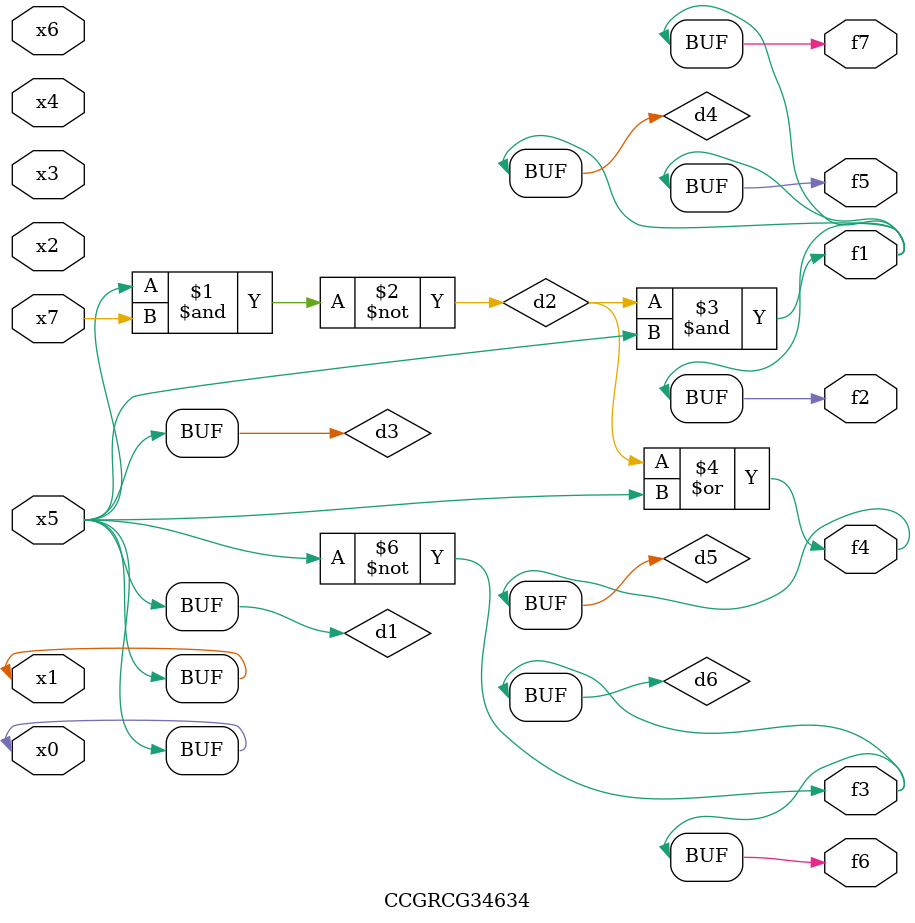
<source format=v>
module CCGRCG34634(
	input x0, x1, x2, x3, x4, x5, x6, x7,
	output f1, f2, f3, f4, f5, f6, f7
);

	wire d1, d2, d3, d4, d5, d6;

	buf (d1, x0, x5);
	nand (d2, x5, x7);
	buf (d3, x0, x1);
	and (d4, d2, d3);
	or (d5, d2, d3);
	nor (d6, d1, d3);
	assign f1 = d4;
	assign f2 = d4;
	assign f3 = d6;
	assign f4 = d5;
	assign f5 = d4;
	assign f6 = d6;
	assign f7 = d4;
endmodule

</source>
